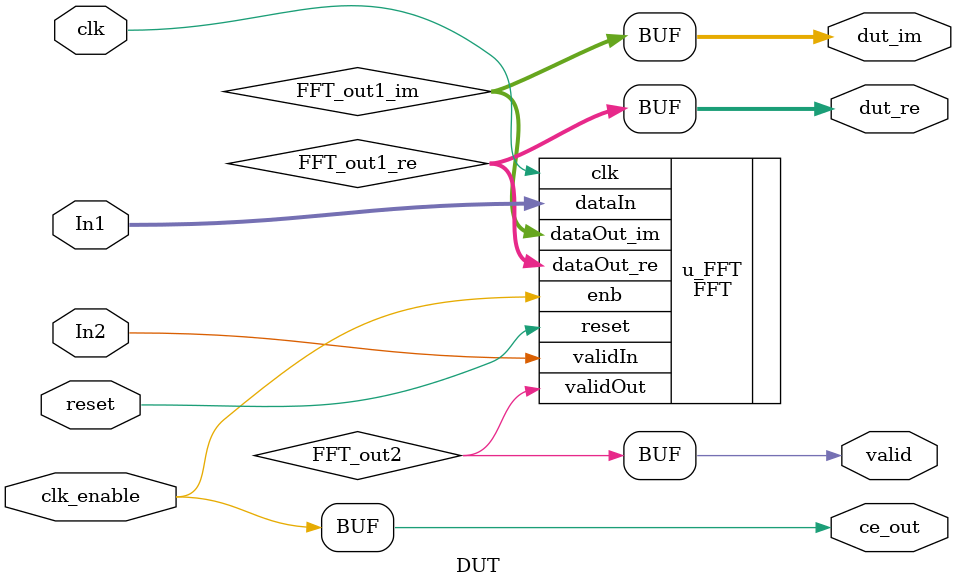
<source format=v>



`timescale 1 ns / 1 ns

module DUT
          (clk,
           reset,
           clk_enable,
           In1,
           In2,
           ce_out,
           dut_re,
           dut_im,
           valid);


  input   clk;
  input   reset;
  input   clk_enable;
  input   signed [15:0] In1;  // sfix16_En13
  input   In2;
  output  ce_out;
  output  signed [25:0] dut_re;  // sfix26_En13
  output  signed [25:0] dut_im;  // sfix26_En13
  output  valid;


  wire signed [25:0] FFT_out1_re;  // sfix26_En13
  wire signed [25:0] FFT_out1_im;  // sfix26_En13
  wire FFT_out2;


  FFT u_FFT (.clk(clk),
             .reset(reset),
             .enb(clk_enable),
             .dataIn(In1),  // sfix16_En13
             .validIn(In2),
             .dataOut_re(FFT_out1_re),  // sfix26_En13
             .dataOut_im(FFT_out1_im),  // sfix26_En13
             .validOut(FFT_out2)
             );

  assign dut_re = FFT_out1_re;

  assign dut_im = FFT_out1_im;

  assign valid = FFT_out2;

  assign ce_out = clk_enable;

endmodule  // DUT


</source>
